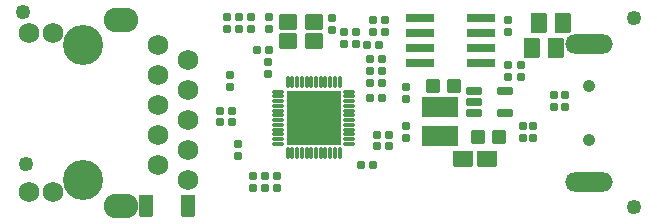
<source format=gbr>
%TF.GenerationSoftware,KiCad,Pcbnew,7.0.9-7.0.9~ubuntu22.04.1*%
%TF.CreationDate,2024-01-19T15:32:03+02:00*%
%TF.ProjectId,USB-GIGABIT_Rev_D,5553422d-4749-4474-9142-49545f526576,rev?*%
%TF.SameCoordinates,PX3473bc0PY4bd12e0*%
%TF.FileFunction,Soldermask,Top*%
%TF.FilePolarity,Negative*%
%FSLAX46Y46*%
G04 Gerber Fmt 4.6, Leading zero omitted, Abs format (unit mm)*
G04 Created by KiCad (PCBNEW 7.0.9-7.0.9~ubuntu22.04.1) date 2024-01-19 15:32:03*
%MOMM*%
%LPD*%
G01*
G04 APERTURE LIST*
G04 Aperture macros list*
%AMRoundRect*
0 Rectangle with rounded corners*
0 $1 Rounding radius*
0 $2 $3 $4 $5 $6 $7 $8 $9 X,Y pos of 4 corners*
0 Add a 4 corners polygon primitive as box body*
4,1,4,$2,$3,$4,$5,$6,$7,$8,$9,$2,$3,0*
0 Add four circle primitives for the rounded corners*
1,1,$1+$1,$2,$3*
1,1,$1+$1,$4,$5*
1,1,$1+$1,$6,$7*
1,1,$1+$1,$8,$9*
0 Add four rect primitives between the rounded corners*
20,1,$1+$1,$2,$3,$4,$5,0*
20,1,$1+$1,$4,$5,$6,$7,0*
20,1,$1+$1,$6,$7,$8,$9,0*
20,1,$1+$1,$8,$9,$2,$3,0*%
G04 Aperture macros list end*
%ADD10RoundRect,0.050800X-0.700000X-0.600000X0.700000X-0.600000X0.700000X0.600000X-0.700000X0.600000X0*%
%ADD11O,4.040000X1.640000*%
%ADD12C,1.040000*%
%ADD13C,3.401600*%
%ADD14C,1.751600*%
%ADD15O,2.901600X2.101600*%
%ADD16RoundRect,0.050800X-0.250000X-0.275000X0.250000X-0.275000X0.250000X0.275000X-0.250000X0.275000X0*%
%ADD17RoundRect,0.050800X0.250000X0.275000X-0.250000X0.275000X-0.250000X-0.275000X0.250000X-0.275000X0*%
%ADD18RoundRect,0.050800X-0.275000X0.250000X-0.275000X-0.250000X0.275000X-0.250000X0.275000X0.250000X0*%
%ADD19RoundRect,0.050800X0.275000X-0.250000X0.275000X0.250000X-0.275000X0.250000X-0.275000X-0.250000X0*%
%ADD20RoundRect,0.050800X-0.635000X0.762000X-0.635000X-0.762000X0.635000X-0.762000X0.635000X0.762000X0*%
%ADD21RoundRect,0.050800X-0.508000X-0.889000X0.508000X-0.889000X0.508000X0.889000X-0.508000X0.889000X0*%
%ADD22RoundRect,0.050800X-0.508000X-0.508000X0.508000X-0.508000X0.508000X0.508000X-0.508000X0.508000X0*%
%ADD23RoundRect,0.050800X0.762000X0.635000X-0.762000X0.635000X-0.762000X-0.635000X0.762000X-0.635000X0*%
%ADD24RoundRect,0.050800X-1.100000X0.300000X-1.100000X-0.300000X1.100000X-0.300000X1.100000X0.300000X0*%
%ADD25RoundRect,0.050800X-0.463500X0.100000X-0.463500X-0.100000X0.463500X-0.100000X0.463500X0.100000X0*%
%ADD26RoundRect,0.050800X-0.100000X-0.463500X0.100000X-0.463500X0.100000X0.463500X-0.100000X0.463500X0*%
%ADD27RoundRect,0.050800X0.463500X-0.100000X0.463500X0.100000X-0.463500X0.100000X-0.463500X-0.100000X0*%
%ADD28RoundRect,0.050800X0.100000X0.463500X-0.100000X0.463500X-0.100000X-0.463500X0.100000X-0.463500X0*%
%ADD29RoundRect,0.050800X-2.250000X2.250000X-2.250000X-2.250000X2.250000X-2.250000X2.250000X2.250000X0*%
%ADD30RoundRect,0.050800X-1.500000X0.800000X-1.500000X-0.800000X1.500000X-0.800000X1.500000X0.800000X0*%
%ADD31RoundRect,0.050800X0.600000X0.275000X-0.600000X0.275000X-0.600000X-0.275000X0.600000X-0.275000X0*%
%ADD32C,1.254000*%
G04 APERTURE END LIST*
D10*
X23656000Y17181000D03*
X25856000Y15581000D03*
X25856000Y17181000D03*
X23656000Y15581000D03*
D11*
X49200000Y3650000D03*
X49200000Y15350000D03*
D12*
X49200000Y7250000D03*
X49200000Y11750000D03*
D13*
X6341500Y15215000D03*
X6341500Y3785000D03*
D14*
X12691500Y15215000D03*
X15231500Y13945000D03*
X12691500Y12675000D03*
X15231500Y11405000D03*
X12691500Y10135000D03*
X15231500Y8865000D03*
X12691500Y7595000D03*
X15231500Y6325000D03*
X12691500Y5055000D03*
X15231500Y3785000D03*
X3801500Y16231000D03*
X1769500Y16231000D03*
X3801500Y2769000D03*
X1769500Y2769000D03*
D15*
X9541500Y17400000D03*
X9541500Y1600000D03*
D16*
X18914000Y8761000D03*
D17*
X17898000Y8761000D03*
D18*
X46219000Y10031000D03*
D19*
X46219000Y11047000D03*
D17*
X17898000Y9650000D03*
D16*
X18914000Y9650000D03*
D20*
X46346000Y14984000D03*
X44314000Y14984000D03*
D18*
X42282000Y16381000D03*
D19*
X42282000Y17397000D03*
X27423000Y17524000D03*
D18*
X27423000Y16508000D03*
X22089000Y16635000D03*
D19*
X22089000Y17651000D03*
D21*
X11675000Y1649000D03*
X15231000Y1649000D03*
D19*
X21962000Y13841000D03*
D18*
X21962000Y12825000D03*
X20692000Y3173000D03*
D19*
X20692000Y4189000D03*
D22*
X39742000Y7491000D03*
X41520000Y7491000D03*
D17*
X31233000Y7618000D03*
D16*
X32249000Y7618000D03*
X29455000Y16381000D03*
D17*
X28439000Y16381000D03*
D19*
X18787000Y12698000D03*
D18*
X18787000Y11682000D03*
D22*
X35932000Y11809000D03*
X37710000Y11809000D03*
D19*
X19422000Y6856000D03*
D18*
X19422000Y5840000D03*
D16*
X22089000Y14857000D03*
D17*
X21073000Y14857000D03*
D19*
X33646000Y11682000D03*
D18*
X33646000Y10666000D03*
D17*
X28439000Y15365000D03*
D16*
X29455000Y15365000D03*
D17*
X31233000Y6700000D03*
D16*
X32249000Y6700000D03*
D18*
X22724000Y3173000D03*
D19*
X22724000Y4189000D03*
X21708000Y4189000D03*
D18*
X21708000Y3173000D03*
D16*
X30852000Y5078000D03*
D17*
X29836000Y5078000D03*
D23*
X40504000Y5586000D03*
X38472000Y5586000D03*
D18*
X43552000Y7364000D03*
D19*
X43552000Y8380000D03*
D18*
X44441000Y7364000D03*
D19*
X44441000Y8380000D03*
D20*
X46981000Y17143000D03*
X44949000Y17143000D03*
D17*
X30852000Y17397000D03*
D16*
X31868000Y17397000D03*
X31868000Y16381000D03*
D17*
X30852000Y16381000D03*
D16*
X31614000Y12063000D03*
D17*
X30598000Y12063000D03*
D16*
X31614000Y13079000D03*
D17*
X30598000Y13079000D03*
D18*
X33646000Y7364000D03*
D19*
X33646000Y8380000D03*
D17*
X30344000Y15238000D03*
D16*
X31360000Y15238000D03*
D17*
X30598000Y14095000D03*
D16*
X31614000Y14095000D03*
D24*
X34856000Y17547137D03*
X34856000Y16277137D03*
X34856000Y15007137D03*
X34856000Y13737137D03*
X40056000Y13737137D03*
X40056000Y15007137D03*
X40056000Y16277137D03*
X40056000Y17547137D03*
D25*
X22882488Y11294500D03*
X22882488Y10894500D03*
X22882488Y10494500D03*
X22882488Y10094500D03*
X22882488Y9694500D03*
X22882488Y9294500D03*
X22882488Y8894500D03*
X22882488Y8494500D03*
X22882488Y8094500D03*
X22882488Y7694500D03*
X22882488Y7294500D03*
X22882488Y6894500D03*
D26*
X23665988Y6111000D03*
X24065988Y6111000D03*
X24465988Y6111000D03*
X24865988Y6111000D03*
X25265988Y6111000D03*
X25665988Y6111000D03*
X26065988Y6111000D03*
X26465988Y6111000D03*
X26865988Y6111000D03*
X27265988Y6111000D03*
X27665988Y6111000D03*
X28065988Y6111000D03*
D27*
X28849488Y6894500D03*
X28849488Y7294500D03*
X28849488Y7694500D03*
X28849488Y8094500D03*
X28849488Y8494500D03*
X28849488Y8894500D03*
X28849488Y9294500D03*
X28849488Y9694500D03*
X28849488Y10094500D03*
X28849488Y10494500D03*
X28849488Y10894500D03*
X28849488Y11294500D03*
D28*
X28065988Y12078000D03*
X27665988Y12078000D03*
X27265988Y12078000D03*
X26865988Y12078000D03*
X26465988Y12078000D03*
X26065988Y12078000D03*
X25665988Y12078000D03*
X25265988Y12078000D03*
X24865988Y12078000D03*
X24465988Y12078000D03*
X24065988Y12078000D03*
X23665988Y12078000D03*
D29*
X25865988Y9094500D03*
D17*
X30598000Y10793000D03*
D16*
X31614000Y10793000D03*
D19*
X19549000Y17651000D03*
D18*
X19549000Y16635000D03*
D19*
X18533000Y17651000D03*
D18*
X18533000Y16635000D03*
X20565000Y16635000D03*
D19*
X20565000Y17651000D03*
D30*
X36567000Y7561000D03*
X36567000Y9961000D03*
D18*
X43425000Y12571000D03*
D19*
X43425000Y13587000D03*
X42282000Y13587000D03*
D18*
X42282000Y12571000D03*
D31*
X39458000Y11362000D03*
X39458000Y10412000D03*
X39458000Y9462000D03*
X42058000Y9462000D03*
X42058000Y11362000D03*
D18*
X47108000Y10031000D03*
D19*
X47108000Y11047000D03*
D32*
X1515000Y5205000D03*
X53000000Y17500000D03*
X1261000Y18032000D03*
X53000000Y1500000D03*
M02*

</source>
